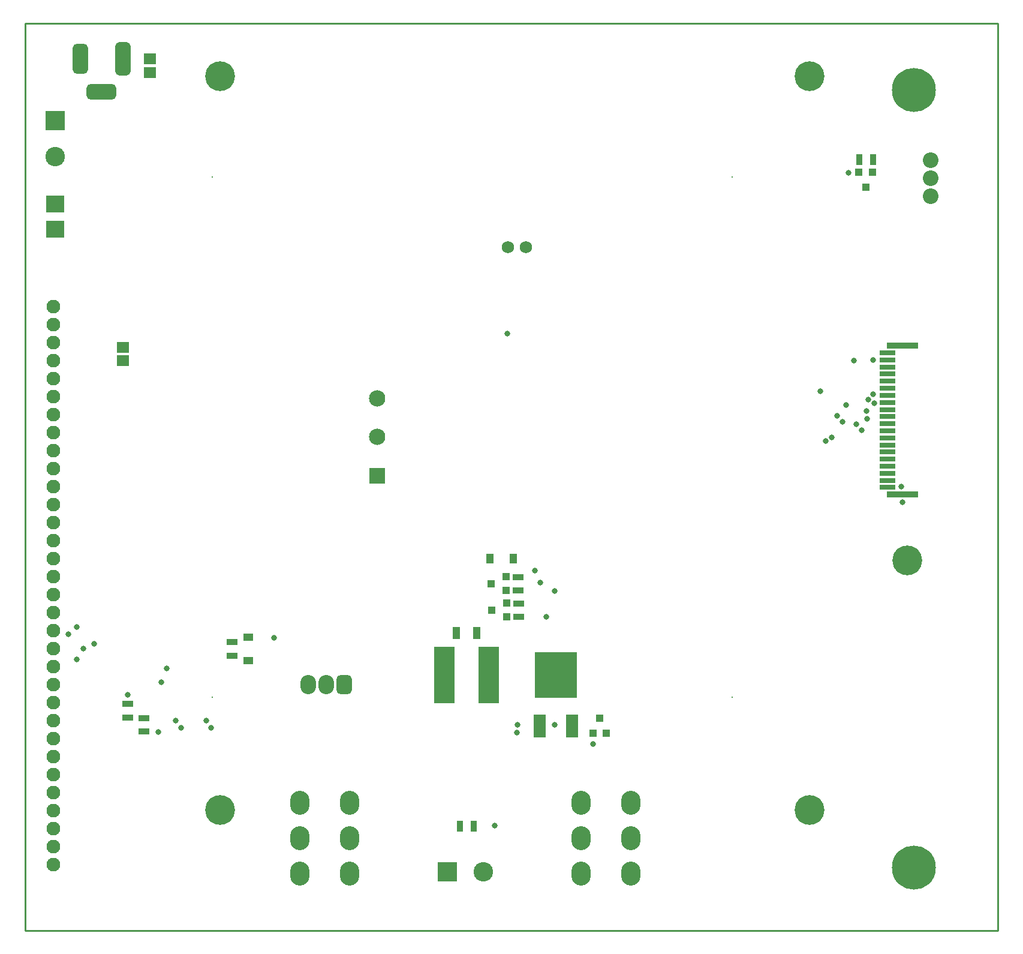
<source format=gts>
G04*
G04 #@! TF.GenerationSoftware,Altium Limited,CircuitStudio,1.5.2 (30)*
G04*
G04 Layer_Color=20142*
%FSLAX44Y44*%
%MOMM*%
G71*
G01*
G75*
%ADD29C,0.2500*%
%ADD51R,1.1132X1.4232*%
%ADD52R,6.0032X6.4032*%
%ADD53R,1.8032X3.2032*%
%ADD54R,2.9532X8.0232*%
%ADD55R,1.1032X1.8032*%
%ADD56R,0.9032X1.5032*%
%ADD57R,1.0160X1.1176*%
%ADD58R,2.2032X0.8032*%
%ADD59R,4.4032X0.9032*%
%ADD60R,1.8032X1.5032*%
%ADD61R,1.4232X1.1132*%
%ADD62R,1.5032X0.9032*%
%ADD63R,2.6032X2.3632*%
%ADD64R,1.1176X1.0160*%
%ADD65R,2.7432X2.7432*%
%ADD66C,2.7432*%
%ADD67C,6.2032*%
%ADD68O,2.7432X3.3782*%
%ADD69R,2.7432X2.7432*%
%ADD70C,4.2032*%
%ADD71C,2.2032*%
G04:AMPARAMS|DCode=72|XSize=2.2032mm|YSize=4.2032mm|CornerRadius=0.6016mm|HoleSize=0mm|Usage=FLASHONLY|Rotation=180.000|XOffset=0mm|YOffset=0mm|HoleType=Round|Shape=RoundedRectangle|*
%AMROUNDEDRECTD72*
21,1,2.2032,3.0000,0,0,180.0*
21,1,1.0000,4.2032,0,0,180.0*
1,1,1.2032,-0.5000,1.5000*
1,1,1.2032,0.5000,1.5000*
1,1,1.2032,0.5000,-1.5000*
1,1,1.2032,-0.5000,-1.5000*
%
%ADD72ROUNDEDRECTD72*%
G04:AMPARAMS|DCode=73|XSize=2.2032mm|YSize=4.7032mm|CornerRadius=0.6016mm|HoleSize=0mm|Usage=FLASHONLY|Rotation=0.000|XOffset=0mm|YOffset=0mm|HoleType=Round|Shape=RoundedRectangle|*
%AMROUNDEDRECTD73*
21,1,2.2032,3.5000,0,0,0.0*
21,1,1.0000,4.7032,0,0,0.0*
1,1,1.2032,0.5000,-1.7500*
1,1,1.2032,-0.5000,-1.7500*
1,1,1.2032,-0.5000,1.7500*
1,1,1.2032,0.5000,1.7500*
%
%ADD73ROUNDEDRECTD73*%
G04:AMPARAMS|DCode=74|XSize=2.2032mm|YSize=4.2032mm|CornerRadius=0.6016mm|HoleSize=0mm|Usage=FLASHONLY|Rotation=90.000|XOffset=0mm|YOffset=0mm|HoleType=Round|Shape=RoundedRectangle|*
%AMROUNDEDRECTD74*
21,1,2.2032,3.0000,0,0,90.0*
21,1,1.0000,4.2032,0,0,90.0*
1,1,1.2032,1.5000,0.5000*
1,1,1.2032,1.5000,-0.5000*
1,1,1.2032,-1.5000,-0.5000*
1,1,1.2032,-1.5000,0.5000*
%
%ADD74ROUNDEDRECTD74*%
G04:AMPARAMS|DCode=75|XSize=2.2032mm|YSize=2.7032mm|CornerRadius=0.6016mm|HoleSize=0mm|Usage=FLASHONLY|Rotation=0.000|XOffset=0mm|YOffset=0mm|HoleType=Round|Shape=RoundedRectangle|*
%AMROUNDEDRECTD75*
21,1,2.2032,1.5000,0,0,0.0*
21,1,1.0000,2.7032,0,0,0.0*
1,1,1.2032,0.5000,-0.7500*
1,1,1.2032,-0.5000,-0.7500*
1,1,1.2032,-0.5000,0.7500*
1,1,1.2032,0.5000,0.7500*
%
%ADD75ROUNDEDRECTD75*%
%ADD76O,2.2032X2.7032*%
%ADD77C,0.2032*%
%ADD78C,2.3032*%
%ADD79R,2.3032X2.3032*%
%ADD80C,1.7272*%
%ADD81C,1.9532*%
%ADD82C,0.8032*%
D29*
X1601500Y1421000D02*
X2974500Y1421000D01*
Y2701000D01*
X1601500D02*
X2974500D01*
X1601500Y1421000D02*
Y2701000D01*
D51*
X2290350Y1946000D02*
D03*
X2257650D02*
D03*
D52*
X2350493Y1781490D02*
D03*
D53*
X2373393Y1709490D02*
D03*
X2327593D02*
D03*
D54*
X2255800Y1781500D02*
D03*
X2193200D02*
D03*
D55*
X2239000Y1841000D02*
D03*
X2210000D02*
D03*
D56*
X2798493Y2508997D02*
D03*
X2779493D02*
D03*
X2215500Y1568250D02*
D03*
X2234500D02*
D03*
D57*
X2797576Y2490588D02*
D03*
X2778424D02*
D03*
X2788076Y2469412D02*
D03*
X2412516Y1720078D02*
D03*
X2422168Y1698902D02*
D03*
X2403017D02*
D03*
D58*
X2819000Y2046000D02*
D03*
Y2056000D02*
D03*
Y2066000D02*
D03*
Y2076000D02*
D03*
Y2086000D02*
D03*
Y2096000D02*
D03*
Y2106000D02*
D03*
Y2116000D02*
D03*
Y2126000D02*
D03*
Y2136000D02*
D03*
Y2146000D02*
D03*
Y2156000D02*
D03*
Y2166000D02*
D03*
Y2176000D02*
D03*
Y2186000D02*
D03*
Y2196000D02*
D03*
Y2206000D02*
D03*
Y2216000D02*
D03*
Y2226000D02*
D03*
Y2236000D02*
D03*
D59*
X2840000Y2246000D02*
D03*
Y2036000D02*
D03*
D60*
X1739750Y2244000D02*
D03*
Y2225000D02*
D03*
X1777500Y2631500D02*
D03*
Y2650500D02*
D03*
D61*
X1916000Y1801650D02*
D03*
Y1834350D02*
D03*
D62*
X1769000Y1720500D02*
D03*
Y1701500D02*
D03*
X1746500Y1740500D02*
D03*
Y1721500D02*
D03*
X1893500Y1827750D02*
D03*
Y1808750D02*
D03*
X2297000Y1919500D02*
D03*
Y1900500D02*
D03*
X2298024Y1863528D02*
D03*
Y1882528D02*
D03*
D63*
X1644000Y2446000D02*
D03*
Y2410500D02*
D03*
D64*
X2258912Y1910424D02*
D03*
X2280088Y1920076D02*
D03*
Y1900924D02*
D03*
X2259936Y1872952D02*
D03*
X2281112Y1882604D02*
D03*
Y1863452D02*
D03*
D65*
X2197698Y1504000D02*
D03*
D66*
X2248498D02*
D03*
X1644000Y2512700D02*
D03*
D67*
X2856500Y1510000D02*
D03*
Y2607000D02*
D03*
D68*
X1988948Y1501000D02*
D03*
X2059052D02*
D03*
Y1551000D02*
D03*
X1988948D02*
D03*
X2059052Y1601000D02*
D03*
X1988948D02*
D03*
X2386448Y1501000D02*
D03*
X2456552D02*
D03*
Y1551000D02*
D03*
X2386448D02*
D03*
X2456552Y1601000D02*
D03*
X2386448D02*
D03*
D69*
X1644000Y2563500D02*
D03*
D70*
X1876500Y2626000D02*
D03*
X2709000D02*
D03*
X1876500Y1591000D02*
D03*
X2709000D02*
D03*
X2846500Y1943000D02*
D03*
D71*
X2879500Y2456600D02*
D03*
Y2482000D02*
D03*
Y2507400D02*
D03*
D72*
X1679000Y2651000D02*
D03*
D73*
X1739000D02*
D03*
D74*
X1709000Y2604000D02*
D03*
D75*
X2051900Y1768000D02*
D03*
D76*
X2026500D02*
D03*
X2001100D02*
D03*
D77*
X1865400Y1749900D02*
D03*
X2599600D02*
D03*
Y2484100D02*
D03*
X1865400D02*
D03*
D78*
X2098400Y2171500D02*
D03*
Y2117100D02*
D03*
D79*
Y2062700D02*
D03*
D80*
X2282600Y2385250D02*
D03*
X2308000D02*
D03*
D81*
X1641500Y2300900D02*
D03*
Y2275500D02*
D03*
Y2250100D02*
D03*
Y2224700D02*
D03*
Y2199300D02*
D03*
Y2173900D02*
D03*
Y2148500D02*
D03*
Y2123100D02*
D03*
Y2097700D02*
D03*
Y2072300D02*
D03*
Y2046900D02*
D03*
Y2021500D02*
D03*
Y1970700D02*
D03*
Y1996100D02*
D03*
Y1691300D02*
D03*
Y1716700D02*
D03*
Y1767500D02*
D03*
Y1742100D02*
D03*
Y1843700D02*
D03*
Y1869100D02*
D03*
Y1818300D02*
D03*
Y1792900D02*
D03*
Y1894500D02*
D03*
Y1945300D02*
D03*
Y1919900D02*
D03*
Y1615100D02*
D03*
Y1640500D02*
D03*
Y1665900D02*
D03*
Y1589700D02*
D03*
Y1564300D02*
D03*
Y1538900D02*
D03*
Y1513500D02*
D03*
D82*
X1746500Y1753500D02*
D03*
X1794000Y1771000D02*
D03*
X1801500Y1791000D02*
D03*
X2763500Y2490000D02*
D03*
X2295650Y1700200D02*
D03*
X2838500Y2047000D02*
D03*
X2840000Y2025500D02*
D03*
X2724500Y2182000D02*
D03*
X2731500Y2112000D02*
D03*
X2790500Y2143000D02*
D03*
X2791500Y2170000D02*
D03*
X2798500Y2178000D02*
D03*
X2789500Y2154000D02*
D03*
X2800500Y2165000D02*
D03*
X2782500Y2127000D02*
D03*
X2774500Y2135000D02*
D03*
X2740500Y2117000D02*
D03*
X2747500Y2147000D02*
D03*
X2755500Y2139000D02*
D03*
X2760500Y2161998D02*
D03*
X2771500Y2225000D02*
D03*
X2798500Y2226000D02*
D03*
X1674500Y1849000D02*
D03*
X1698500Y1825000D02*
D03*
X1662500Y1839000D02*
D03*
X1683500Y1819000D02*
D03*
X2282500Y2262750D02*
D03*
X1857250Y1717250D02*
D03*
X1864250Y1706750D02*
D03*
X2348998Y1710760D02*
D03*
X2349000Y1900000D02*
D03*
X2403017Y1683983D02*
D03*
X2336952Y1863452D02*
D03*
X1821750Y1706750D02*
D03*
X1814000Y1717250D02*
D03*
X2328310Y1912000D02*
D03*
X1952500Y1834100D02*
D03*
X2321500Y1928500D02*
D03*
X2296500Y1711000D02*
D03*
X1789000Y1701000D02*
D03*
X1674000Y1803500D02*
D03*
X2264000Y1568500D02*
D03*
M02*

</source>
